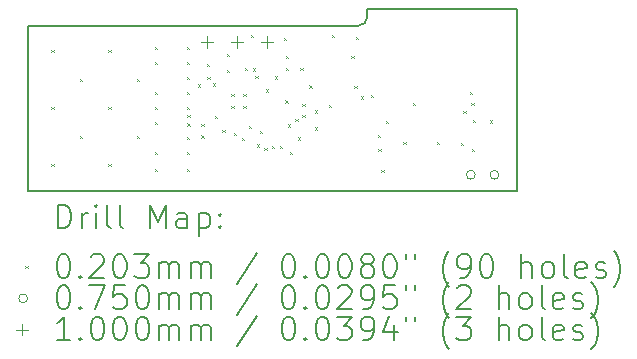
<source format=gbr>
%TF.GenerationSoftware,KiCad,Pcbnew,(6.0.7)*%
%TF.CreationDate,2023-02-22T13:34:53-04:00*%
%TF.ProjectId,Twitch Switch,54776974-6368-4205-9377-697463682e6b,1.1*%
%TF.SameCoordinates,Original*%
%TF.FileFunction,Drillmap*%
%TF.FilePolarity,Positive*%
%FSLAX45Y45*%
G04 Gerber Fmt 4.5, Leading zero omitted, Abs format (unit mm)*
G04 Created by KiCad (PCBNEW (6.0.7)) date 2023-02-22 13:34:53*
%MOMM*%
%LPD*%
G01*
G04 APERTURE LIST*
%ADD10C,0.152400*%
%ADD11C,0.200000*%
%ADD12C,0.020320*%
%ADD13C,0.075000*%
%ADD14C,0.100000*%
G04 APERTURE END LIST*
D10*
X16840200Y-11557000D02*
X12700000Y-11557000D01*
X15570200Y-10083800D02*
X15570200Y-10020300D01*
X16840200Y-10020300D02*
X16840200Y-11557000D01*
X12700000Y-11557000D02*
X12700000Y-10160000D01*
X12700000Y-10160000D02*
X15494000Y-10160000D01*
X15570200Y-10020300D02*
X16840200Y-10020300D01*
X15494000Y-10160000D02*
G75*
G03*
X15570200Y-10083800I0J76200D01*
G01*
D11*
D12*
X12893040Y-10365740D02*
X12913360Y-10386060D01*
X12913360Y-10365740D02*
X12893040Y-10386060D01*
X12893040Y-10848340D02*
X12913360Y-10868660D01*
X12913360Y-10848340D02*
X12893040Y-10868660D01*
X12893040Y-11330940D02*
X12913360Y-11351260D01*
X12913360Y-11330940D02*
X12893040Y-11351260D01*
X13134340Y-10607040D02*
X13154660Y-10627360D01*
X13154660Y-10607040D02*
X13134340Y-10627360D01*
X13134340Y-11089640D02*
X13154660Y-11109960D01*
X13154660Y-11089640D02*
X13134340Y-11109960D01*
X13375640Y-10365740D02*
X13395960Y-10386060D01*
X13395960Y-10365740D02*
X13375640Y-10386060D01*
X13375640Y-10848340D02*
X13395960Y-10868660D01*
X13395960Y-10848340D02*
X13375640Y-10868660D01*
X13375640Y-11330940D02*
X13395960Y-11351260D01*
X13395960Y-11330940D02*
X13375640Y-11351260D01*
X13616940Y-10607040D02*
X13637260Y-10627360D01*
X13637260Y-10607040D02*
X13616940Y-10627360D01*
X13616940Y-11089640D02*
X13637260Y-11109960D01*
X13637260Y-11089640D02*
X13616940Y-11109960D01*
X13769340Y-10340340D02*
X13789660Y-10360660D01*
X13789660Y-10340340D02*
X13769340Y-10360660D01*
X13769340Y-10467340D02*
X13789660Y-10487660D01*
X13789660Y-10467340D02*
X13769340Y-10487660D01*
X13769340Y-10721340D02*
X13789660Y-10741660D01*
X13789660Y-10721340D02*
X13769340Y-10741660D01*
X13769340Y-10848340D02*
X13789660Y-10868660D01*
X13789660Y-10848340D02*
X13769340Y-10868660D01*
X13769340Y-10975340D02*
X13789660Y-10995660D01*
X13789660Y-10975340D02*
X13769340Y-10995660D01*
X13769340Y-11229340D02*
X13789660Y-11249660D01*
X13789660Y-11229340D02*
X13769340Y-11249660D01*
X13769340Y-11369040D02*
X13789660Y-11389360D01*
X13789660Y-11369040D02*
X13769340Y-11389360D01*
X14042390Y-10340340D02*
X14062710Y-10360660D01*
X14062710Y-10340340D02*
X14042390Y-10360660D01*
X14042390Y-10467340D02*
X14062710Y-10487660D01*
X14062710Y-10467340D02*
X14042390Y-10487660D01*
X14042390Y-10594340D02*
X14062710Y-10614660D01*
X14062710Y-10594340D02*
X14042390Y-10614660D01*
X14042390Y-10721340D02*
X14062710Y-10741660D01*
X14062710Y-10721340D02*
X14042390Y-10741660D01*
X14042390Y-10848340D02*
X14062710Y-10868660D01*
X14062710Y-10848340D02*
X14042390Y-10868660D01*
X14042390Y-11102340D02*
X14062710Y-11122660D01*
X14062710Y-11102340D02*
X14042390Y-11122660D01*
X14042390Y-11229340D02*
X14062710Y-11249660D01*
X14062710Y-11229340D02*
X14042390Y-11249660D01*
X14042390Y-11369040D02*
X14062710Y-11389360D01*
X14062710Y-11369040D02*
X14042390Y-11389360D01*
X14045628Y-10986219D02*
X14065948Y-11006539D01*
X14065948Y-10986219D02*
X14045628Y-11006539D01*
X14046450Y-10914205D02*
X14066770Y-10934525D01*
X14066770Y-10914205D02*
X14046450Y-10934525D01*
X14132220Y-10657099D02*
X14152540Y-10677419D01*
X14152540Y-10657099D02*
X14132220Y-10677419D01*
X14163040Y-10990630D02*
X14183360Y-11010950D01*
X14183360Y-10990630D02*
X14163040Y-11010950D01*
X14163040Y-11087050D02*
X14183360Y-11107370D01*
X14183360Y-11087050D02*
X14163040Y-11107370D01*
X14209830Y-10484050D02*
X14230150Y-10504370D01*
X14230150Y-10484050D02*
X14209830Y-10504370D01*
X14213840Y-10594340D02*
X14234160Y-10614660D01*
X14234160Y-10594340D02*
X14213840Y-10614660D01*
X14260025Y-10648545D02*
X14280345Y-10668865D01*
X14280345Y-10648545D02*
X14260025Y-10668865D01*
X14279630Y-10924540D02*
X14299950Y-10944860D01*
X14299950Y-10924540D02*
X14279630Y-10944860D01*
X14339630Y-11038840D02*
X14359950Y-11059160D01*
X14359950Y-11038840D02*
X14339630Y-11059160D01*
X14379630Y-10398711D02*
X14399950Y-10419031D01*
X14399950Y-10398711D02*
X14379630Y-10419031D01*
X14379630Y-10533435D02*
X14399950Y-10553755D01*
X14399950Y-10533435D02*
X14379630Y-10553755D01*
X14417040Y-10734040D02*
X14437360Y-10754360D01*
X14437360Y-10734040D02*
X14417040Y-10754360D01*
X14417040Y-10835640D02*
X14437360Y-10855960D01*
X14437360Y-10835640D02*
X14417040Y-10855960D01*
X14436050Y-11064240D02*
X14456370Y-11084560D01*
X14456370Y-11064240D02*
X14436050Y-11084560D01*
X14505917Y-11108337D02*
X14526237Y-11128657D01*
X14526237Y-11108337D02*
X14505917Y-11128657D01*
X14518640Y-10734040D02*
X14538960Y-10754360D01*
X14538960Y-10734040D02*
X14518640Y-10754360D01*
X14518640Y-10835640D02*
X14538960Y-10855960D01*
X14538960Y-10835640D02*
X14518640Y-10855960D01*
X14531340Y-10518140D02*
X14551660Y-10538460D01*
X14551660Y-10518140D02*
X14531340Y-10538460D01*
X14565691Y-11008575D02*
X14586011Y-11028895D01*
X14586011Y-11008575D02*
X14565691Y-11028895D01*
X14582140Y-10238740D02*
X14602460Y-10259060D01*
X14602460Y-10238740D02*
X14582140Y-10259060D01*
X14597308Y-10519843D02*
X14617628Y-10540163D01*
X14617628Y-10519843D02*
X14597308Y-10540163D01*
X14620112Y-10581768D02*
X14640432Y-10602088D01*
X14640432Y-10581768D02*
X14620112Y-10602088D01*
X14634592Y-11163552D02*
X14654912Y-11183872D01*
X14654912Y-11163552D02*
X14634592Y-11183872D01*
X14659206Y-11051489D02*
X14679526Y-11071809D01*
X14679526Y-11051489D02*
X14659206Y-11071809D01*
X14696024Y-11191347D02*
X14716344Y-11211667D01*
X14716344Y-11191347D02*
X14696024Y-11211667D01*
X14711730Y-10696630D02*
X14732050Y-10716950D01*
X14732050Y-10696630D02*
X14711730Y-10716950D01*
X14759940Y-11174930D02*
X14780260Y-11195250D01*
X14780260Y-11174930D02*
X14759940Y-11195250D01*
X14783368Y-10588734D02*
X14803688Y-10609054D01*
X14803688Y-10588734D02*
X14783368Y-10609054D01*
X14825930Y-11174930D02*
X14846250Y-11195250D01*
X14846250Y-11174930D02*
X14825930Y-11195250D01*
X14860846Y-10262966D02*
X14881166Y-10283286D01*
X14881166Y-10262966D02*
X14860846Y-10283286D01*
X14876148Y-10790769D02*
X14896468Y-10811089D01*
X14896468Y-10790769D02*
X14876148Y-10811089D01*
X14880237Y-10518117D02*
X14900557Y-10538437D01*
X14900557Y-10518117D02*
X14880237Y-10538437D01*
X14880253Y-10416147D02*
X14900573Y-10436467D01*
X14900573Y-10416147D02*
X14880253Y-10436467D01*
X14893143Y-10994748D02*
X14913463Y-11015068D01*
X14913463Y-10994748D02*
X14893143Y-11015068D01*
X14912340Y-11229340D02*
X14932660Y-11249660D01*
X14932660Y-11229340D02*
X14912340Y-11249660D01*
X14959728Y-10947350D02*
X14980048Y-10967670D01*
X14980048Y-10947350D02*
X14959728Y-10967670D01*
X14982744Y-11104887D02*
X15003064Y-11125207D01*
X15003064Y-11104887D02*
X14982744Y-11125207D01*
X15001240Y-10518140D02*
X15021560Y-10538460D01*
X15021560Y-10518140D02*
X15001240Y-10538460D01*
X15017845Y-10915745D02*
X15038165Y-10936065D01*
X15038165Y-10915745D02*
X15017845Y-10936065D01*
X15018903Y-10819275D02*
X15039223Y-10839595D01*
X15039223Y-10819275D02*
X15018903Y-10839595D01*
X15077132Y-10664344D02*
X15097452Y-10684664D01*
X15097452Y-10664344D02*
X15077132Y-10684664D01*
X15122367Y-11019424D02*
X15142687Y-11039744D01*
X15142687Y-11019424D02*
X15122367Y-11039744D01*
X15124475Y-10875713D02*
X15144795Y-10896033D01*
X15144795Y-10875713D02*
X15124475Y-10896033D01*
X15240507Y-10827503D02*
X15260827Y-10847823D01*
X15260827Y-10827503D02*
X15240507Y-10847823D01*
X15267940Y-10238740D02*
X15288260Y-10259060D01*
X15288260Y-10238740D02*
X15267940Y-10259060D01*
X15433040Y-10416540D02*
X15453360Y-10436860D01*
X15453360Y-10416540D02*
X15433040Y-10436860D01*
X15458440Y-10670540D02*
X15478760Y-10690860D01*
X15478760Y-10670540D02*
X15458440Y-10690860D01*
X15471140Y-10251440D02*
X15491460Y-10271760D01*
X15491460Y-10251440D02*
X15471140Y-10271760D01*
X15514300Y-10756950D02*
X15534620Y-10777270D01*
X15534620Y-10756950D02*
X15514300Y-10777270D01*
X15598140Y-10746740D02*
X15618460Y-10767060D01*
X15618460Y-10746740D02*
X15598140Y-10767060D01*
X15655430Y-11082190D02*
X15675750Y-11102510D01*
X15675750Y-11082190D02*
X15655430Y-11102510D01*
X15661640Y-11203940D02*
X15681960Y-11224260D01*
X15681960Y-11203940D02*
X15661640Y-11224260D01*
X15687040Y-11381740D02*
X15707360Y-11402060D01*
X15707360Y-11381740D02*
X15687040Y-11402060D01*
X15725140Y-10962640D02*
X15745460Y-10982960D01*
X15745460Y-10962640D02*
X15725140Y-10982960D01*
X15874250Y-11144167D02*
X15894570Y-11164487D01*
X15894570Y-11144167D02*
X15874250Y-11164487D01*
X15953740Y-10810240D02*
X15974060Y-10830560D01*
X15974060Y-10810240D02*
X15953740Y-10830560D01*
X16156068Y-11144471D02*
X16176388Y-11164791D01*
X16176388Y-11144471D02*
X16156068Y-11164791D01*
X16360140Y-11153140D02*
X16380460Y-11173460D01*
X16380460Y-11153140D02*
X16360140Y-11173460D01*
X16381250Y-10881925D02*
X16401570Y-10902245D01*
X16401570Y-10881925D02*
X16381250Y-10902245D01*
X16436340Y-10721340D02*
X16456660Y-10741660D01*
X16456660Y-10721340D02*
X16436340Y-10741660D01*
X16449040Y-10810240D02*
X16469360Y-10830560D01*
X16469360Y-10810240D02*
X16449040Y-10830560D01*
X16451802Y-11199771D02*
X16472122Y-11220091D01*
X16472122Y-11199771D02*
X16451802Y-11220091D01*
X16461740Y-10959030D02*
X16482060Y-10979350D01*
X16482060Y-10959030D02*
X16461740Y-10979350D01*
X16604350Y-10960050D02*
X16624670Y-10980370D01*
X16624670Y-10960050D02*
X16604350Y-10980370D01*
D13*
X16482730Y-11422126D02*
G75*
G03*
X16482730Y-11422126I-37500J0D01*
G01*
X16682730Y-11422126D02*
G75*
G03*
X16682730Y-11422126I-37500J0D01*
G01*
D14*
X14211300Y-10249700D02*
X14211300Y-10349700D01*
X14161300Y-10299700D02*
X14261300Y-10299700D01*
X14465300Y-10249700D02*
X14465300Y-10349700D01*
X14415300Y-10299700D02*
X14515300Y-10299700D01*
X14719300Y-10249700D02*
X14719300Y-10349700D01*
X14669300Y-10299700D02*
X14769300Y-10299700D01*
D11*
X12949999Y-11875096D02*
X12949999Y-11675096D01*
X12997618Y-11675096D01*
X13026189Y-11684620D01*
X13045237Y-11703668D01*
X13054761Y-11722715D01*
X13064285Y-11760810D01*
X13064285Y-11789382D01*
X13054761Y-11827477D01*
X13045237Y-11846525D01*
X13026189Y-11865572D01*
X12997618Y-11875096D01*
X12949999Y-11875096D01*
X13149999Y-11875096D02*
X13149999Y-11741763D01*
X13149999Y-11779858D02*
X13159523Y-11760810D01*
X13169047Y-11751287D01*
X13188094Y-11741763D01*
X13207142Y-11741763D01*
X13273808Y-11875096D02*
X13273808Y-11741763D01*
X13273808Y-11675096D02*
X13264285Y-11684620D01*
X13273808Y-11694144D01*
X13283332Y-11684620D01*
X13273808Y-11675096D01*
X13273808Y-11694144D01*
X13397618Y-11875096D02*
X13378570Y-11865572D01*
X13369047Y-11846525D01*
X13369047Y-11675096D01*
X13502380Y-11875096D02*
X13483332Y-11865572D01*
X13473808Y-11846525D01*
X13473808Y-11675096D01*
X13730951Y-11875096D02*
X13730951Y-11675096D01*
X13797618Y-11817953D01*
X13864285Y-11675096D01*
X13864285Y-11875096D01*
X14045237Y-11875096D02*
X14045237Y-11770334D01*
X14035713Y-11751287D01*
X14016666Y-11741763D01*
X13978570Y-11741763D01*
X13959523Y-11751287D01*
X14045237Y-11865572D02*
X14026189Y-11875096D01*
X13978570Y-11875096D01*
X13959523Y-11865572D01*
X13949999Y-11846525D01*
X13949999Y-11827477D01*
X13959523Y-11808429D01*
X13978570Y-11798906D01*
X14026189Y-11798906D01*
X14045237Y-11789382D01*
X14140475Y-11741763D02*
X14140475Y-11941763D01*
X14140475Y-11751287D02*
X14159523Y-11741763D01*
X14197618Y-11741763D01*
X14216666Y-11751287D01*
X14226189Y-11760810D01*
X14235713Y-11779858D01*
X14235713Y-11837001D01*
X14226189Y-11856048D01*
X14216666Y-11865572D01*
X14197618Y-11875096D01*
X14159523Y-11875096D01*
X14140475Y-11865572D01*
X14321428Y-11856048D02*
X14330951Y-11865572D01*
X14321428Y-11875096D01*
X14311904Y-11865572D01*
X14321428Y-11856048D01*
X14321428Y-11875096D01*
X14321428Y-11751287D02*
X14330951Y-11760810D01*
X14321428Y-11770334D01*
X14311904Y-11760810D01*
X14321428Y-11751287D01*
X14321428Y-11770334D01*
D12*
X12672060Y-12194460D02*
X12692380Y-12214780D01*
X12692380Y-12194460D02*
X12672060Y-12214780D01*
D11*
X12988094Y-12095096D02*
X13007142Y-12095096D01*
X13026189Y-12104620D01*
X13035713Y-12114144D01*
X13045237Y-12133191D01*
X13054761Y-12171287D01*
X13054761Y-12218906D01*
X13045237Y-12257001D01*
X13035713Y-12276048D01*
X13026189Y-12285572D01*
X13007142Y-12295096D01*
X12988094Y-12295096D01*
X12969047Y-12285572D01*
X12959523Y-12276048D01*
X12949999Y-12257001D01*
X12940475Y-12218906D01*
X12940475Y-12171287D01*
X12949999Y-12133191D01*
X12959523Y-12114144D01*
X12969047Y-12104620D01*
X12988094Y-12095096D01*
X13140475Y-12276048D02*
X13149999Y-12285572D01*
X13140475Y-12295096D01*
X13130951Y-12285572D01*
X13140475Y-12276048D01*
X13140475Y-12295096D01*
X13226189Y-12114144D02*
X13235713Y-12104620D01*
X13254761Y-12095096D01*
X13302380Y-12095096D01*
X13321428Y-12104620D01*
X13330951Y-12114144D01*
X13340475Y-12133191D01*
X13340475Y-12152239D01*
X13330951Y-12180810D01*
X13216666Y-12295096D01*
X13340475Y-12295096D01*
X13464285Y-12095096D02*
X13483332Y-12095096D01*
X13502380Y-12104620D01*
X13511904Y-12114144D01*
X13521428Y-12133191D01*
X13530951Y-12171287D01*
X13530951Y-12218906D01*
X13521428Y-12257001D01*
X13511904Y-12276048D01*
X13502380Y-12285572D01*
X13483332Y-12295096D01*
X13464285Y-12295096D01*
X13445237Y-12285572D01*
X13435713Y-12276048D01*
X13426189Y-12257001D01*
X13416666Y-12218906D01*
X13416666Y-12171287D01*
X13426189Y-12133191D01*
X13435713Y-12114144D01*
X13445237Y-12104620D01*
X13464285Y-12095096D01*
X13597618Y-12095096D02*
X13721428Y-12095096D01*
X13654761Y-12171287D01*
X13683332Y-12171287D01*
X13702380Y-12180810D01*
X13711904Y-12190334D01*
X13721428Y-12209382D01*
X13721428Y-12257001D01*
X13711904Y-12276048D01*
X13702380Y-12285572D01*
X13683332Y-12295096D01*
X13626189Y-12295096D01*
X13607142Y-12285572D01*
X13597618Y-12276048D01*
X13807142Y-12295096D02*
X13807142Y-12161763D01*
X13807142Y-12180810D02*
X13816666Y-12171287D01*
X13835713Y-12161763D01*
X13864285Y-12161763D01*
X13883332Y-12171287D01*
X13892856Y-12190334D01*
X13892856Y-12295096D01*
X13892856Y-12190334D02*
X13902380Y-12171287D01*
X13921428Y-12161763D01*
X13949999Y-12161763D01*
X13969047Y-12171287D01*
X13978570Y-12190334D01*
X13978570Y-12295096D01*
X14073808Y-12295096D02*
X14073808Y-12161763D01*
X14073808Y-12180810D02*
X14083332Y-12171287D01*
X14102380Y-12161763D01*
X14130951Y-12161763D01*
X14149999Y-12171287D01*
X14159523Y-12190334D01*
X14159523Y-12295096D01*
X14159523Y-12190334D02*
X14169047Y-12171287D01*
X14188094Y-12161763D01*
X14216666Y-12161763D01*
X14235713Y-12171287D01*
X14245237Y-12190334D01*
X14245237Y-12295096D01*
X14635713Y-12085572D02*
X14464285Y-12342715D01*
X14892856Y-12095096D02*
X14911904Y-12095096D01*
X14930951Y-12104620D01*
X14940475Y-12114144D01*
X14949999Y-12133191D01*
X14959523Y-12171287D01*
X14959523Y-12218906D01*
X14949999Y-12257001D01*
X14940475Y-12276048D01*
X14930951Y-12285572D01*
X14911904Y-12295096D01*
X14892856Y-12295096D01*
X14873808Y-12285572D01*
X14864285Y-12276048D01*
X14854761Y-12257001D01*
X14845237Y-12218906D01*
X14845237Y-12171287D01*
X14854761Y-12133191D01*
X14864285Y-12114144D01*
X14873808Y-12104620D01*
X14892856Y-12095096D01*
X15045237Y-12276048D02*
X15054761Y-12285572D01*
X15045237Y-12295096D01*
X15035713Y-12285572D01*
X15045237Y-12276048D01*
X15045237Y-12295096D01*
X15178570Y-12095096D02*
X15197618Y-12095096D01*
X15216666Y-12104620D01*
X15226189Y-12114144D01*
X15235713Y-12133191D01*
X15245237Y-12171287D01*
X15245237Y-12218906D01*
X15235713Y-12257001D01*
X15226189Y-12276048D01*
X15216666Y-12285572D01*
X15197618Y-12295096D01*
X15178570Y-12295096D01*
X15159523Y-12285572D01*
X15149999Y-12276048D01*
X15140475Y-12257001D01*
X15130951Y-12218906D01*
X15130951Y-12171287D01*
X15140475Y-12133191D01*
X15149999Y-12114144D01*
X15159523Y-12104620D01*
X15178570Y-12095096D01*
X15369047Y-12095096D02*
X15388094Y-12095096D01*
X15407142Y-12104620D01*
X15416666Y-12114144D01*
X15426189Y-12133191D01*
X15435713Y-12171287D01*
X15435713Y-12218906D01*
X15426189Y-12257001D01*
X15416666Y-12276048D01*
X15407142Y-12285572D01*
X15388094Y-12295096D01*
X15369047Y-12295096D01*
X15349999Y-12285572D01*
X15340475Y-12276048D01*
X15330951Y-12257001D01*
X15321428Y-12218906D01*
X15321428Y-12171287D01*
X15330951Y-12133191D01*
X15340475Y-12114144D01*
X15349999Y-12104620D01*
X15369047Y-12095096D01*
X15549999Y-12180810D02*
X15530951Y-12171287D01*
X15521428Y-12161763D01*
X15511904Y-12142715D01*
X15511904Y-12133191D01*
X15521428Y-12114144D01*
X15530951Y-12104620D01*
X15549999Y-12095096D01*
X15588094Y-12095096D01*
X15607142Y-12104620D01*
X15616666Y-12114144D01*
X15626189Y-12133191D01*
X15626189Y-12142715D01*
X15616666Y-12161763D01*
X15607142Y-12171287D01*
X15588094Y-12180810D01*
X15549999Y-12180810D01*
X15530951Y-12190334D01*
X15521428Y-12199858D01*
X15511904Y-12218906D01*
X15511904Y-12257001D01*
X15521428Y-12276048D01*
X15530951Y-12285572D01*
X15549999Y-12295096D01*
X15588094Y-12295096D01*
X15607142Y-12285572D01*
X15616666Y-12276048D01*
X15626189Y-12257001D01*
X15626189Y-12218906D01*
X15616666Y-12199858D01*
X15607142Y-12190334D01*
X15588094Y-12180810D01*
X15749999Y-12095096D02*
X15769047Y-12095096D01*
X15788094Y-12104620D01*
X15797618Y-12114144D01*
X15807142Y-12133191D01*
X15816666Y-12171287D01*
X15816666Y-12218906D01*
X15807142Y-12257001D01*
X15797618Y-12276048D01*
X15788094Y-12285572D01*
X15769047Y-12295096D01*
X15749999Y-12295096D01*
X15730951Y-12285572D01*
X15721428Y-12276048D01*
X15711904Y-12257001D01*
X15702380Y-12218906D01*
X15702380Y-12171287D01*
X15711904Y-12133191D01*
X15721428Y-12114144D01*
X15730951Y-12104620D01*
X15749999Y-12095096D01*
X15892856Y-12095096D02*
X15892856Y-12133191D01*
X15969047Y-12095096D02*
X15969047Y-12133191D01*
X16264285Y-12371287D02*
X16254761Y-12361763D01*
X16235713Y-12333191D01*
X16226189Y-12314144D01*
X16216666Y-12285572D01*
X16207142Y-12237953D01*
X16207142Y-12199858D01*
X16216666Y-12152239D01*
X16226189Y-12123668D01*
X16235713Y-12104620D01*
X16254761Y-12076048D01*
X16264285Y-12066525D01*
X16349999Y-12295096D02*
X16388094Y-12295096D01*
X16407142Y-12285572D01*
X16416666Y-12276048D01*
X16435713Y-12247477D01*
X16445237Y-12209382D01*
X16445237Y-12133191D01*
X16435713Y-12114144D01*
X16426189Y-12104620D01*
X16407142Y-12095096D01*
X16369047Y-12095096D01*
X16349999Y-12104620D01*
X16340475Y-12114144D01*
X16330951Y-12133191D01*
X16330951Y-12180810D01*
X16340475Y-12199858D01*
X16349999Y-12209382D01*
X16369047Y-12218906D01*
X16407142Y-12218906D01*
X16426189Y-12209382D01*
X16435713Y-12199858D01*
X16445237Y-12180810D01*
X16569047Y-12095096D02*
X16588094Y-12095096D01*
X16607142Y-12104620D01*
X16616666Y-12114144D01*
X16626189Y-12133191D01*
X16635713Y-12171287D01*
X16635713Y-12218906D01*
X16626189Y-12257001D01*
X16616666Y-12276048D01*
X16607142Y-12285572D01*
X16588094Y-12295096D01*
X16569047Y-12295096D01*
X16549999Y-12285572D01*
X16540475Y-12276048D01*
X16530951Y-12257001D01*
X16521428Y-12218906D01*
X16521428Y-12171287D01*
X16530951Y-12133191D01*
X16540475Y-12114144D01*
X16549999Y-12104620D01*
X16569047Y-12095096D01*
X16873809Y-12295096D02*
X16873809Y-12095096D01*
X16959523Y-12295096D02*
X16959523Y-12190334D01*
X16949999Y-12171287D01*
X16930951Y-12161763D01*
X16902380Y-12161763D01*
X16883332Y-12171287D01*
X16873809Y-12180810D01*
X17083332Y-12295096D02*
X17064285Y-12285572D01*
X17054761Y-12276048D01*
X17045237Y-12257001D01*
X17045237Y-12199858D01*
X17054761Y-12180810D01*
X17064285Y-12171287D01*
X17083332Y-12161763D01*
X17111904Y-12161763D01*
X17130951Y-12171287D01*
X17140475Y-12180810D01*
X17149999Y-12199858D01*
X17149999Y-12257001D01*
X17140475Y-12276048D01*
X17130951Y-12285572D01*
X17111904Y-12295096D01*
X17083332Y-12295096D01*
X17264285Y-12295096D02*
X17245237Y-12285572D01*
X17235713Y-12266525D01*
X17235713Y-12095096D01*
X17416666Y-12285572D02*
X17397618Y-12295096D01*
X17359523Y-12295096D01*
X17340475Y-12285572D01*
X17330951Y-12266525D01*
X17330951Y-12190334D01*
X17340475Y-12171287D01*
X17359523Y-12161763D01*
X17397618Y-12161763D01*
X17416666Y-12171287D01*
X17426190Y-12190334D01*
X17426190Y-12209382D01*
X17330951Y-12228429D01*
X17502380Y-12285572D02*
X17521428Y-12295096D01*
X17559523Y-12295096D01*
X17578570Y-12285572D01*
X17588094Y-12266525D01*
X17588094Y-12257001D01*
X17578570Y-12237953D01*
X17559523Y-12228429D01*
X17530951Y-12228429D01*
X17511904Y-12218906D01*
X17502380Y-12199858D01*
X17502380Y-12190334D01*
X17511904Y-12171287D01*
X17530951Y-12161763D01*
X17559523Y-12161763D01*
X17578570Y-12171287D01*
X17654761Y-12371287D02*
X17664285Y-12361763D01*
X17683332Y-12333191D01*
X17692856Y-12314144D01*
X17702380Y-12285572D01*
X17711904Y-12237953D01*
X17711904Y-12199858D01*
X17702380Y-12152239D01*
X17692856Y-12123668D01*
X17683332Y-12104620D01*
X17664285Y-12076048D01*
X17654761Y-12066525D01*
D13*
X12692380Y-12468620D02*
G75*
G03*
X12692380Y-12468620I-37500J0D01*
G01*
D11*
X12988094Y-12359096D02*
X13007142Y-12359096D01*
X13026189Y-12368620D01*
X13035713Y-12378144D01*
X13045237Y-12397191D01*
X13054761Y-12435287D01*
X13054761Y-12482906D01*
X13045237Y-12521001D01*
X13035713Y-12540048D01*
X13026189Y-12549572D01*
X13007142Y-12559096D01*
X12988094Y-12559096D01*
X12969047Y-12549572D01*
X12959523Y-12540048D01*
X12949999Y-12521001D01*
X12940475Y-12482906D01*
X12940475Y-12435287D01*
X12949999Y-12397191D01*
X12959523Y-12378144D01*
X12969047Y-12368620D01*
X12988094Y-12359096D01*
X13140475Y-12540048D02*
X13149999Y-12549572D01*
X13140475Y-12559096D01*
X13130951Y-12549572D01*
X13140475Y-12540048D01*
X13140475Y-12559096D01*
X13216666Y-12359096D02*
X13349999Y-12359096D01*
X13264285Y-12559096D01*
X13521428Y-12359096D02*
X13426189Y-12359096D01*
X13416666Y-12454334D01*
X13426189Y-12444810D01*
X13445237Y-12435287D01*
X13492856Y-12435287D01*
X13511904Y-12444810D01*
X13521428Y-12454334D01*
X13530951Y-12473382D01*
X13530951Y-12521001D01*
X13521428Y-12540048D01*
X13511904Y-12549572D01*
X13492856Y-12559096D01*
X13445237Y-12559096D01*
X13426189Y-12549572D01*
X13416666Y-12540048D01*
X13654761Y-12359096D02*
X13673808Y-12359096D01*
X13692856Y-12368620D01*
X13702380Y-12378144D01*
X13711904Y-12397191D01*
X13721428Y-12435287D01*
X13721428Y-12482906D01*
X13711904Y-12521001D01*
X13702380Y-12540048D01*
X13692856Y-12549572D01*
X13673808Y-12559096D01*
X13654761Y-12559096D01*
X13635713Y-12549572D01*
X13626189Y-12540048D01*
X13616666Y-12521001D01*
X13607142Y-12482906D01*
X13607142Y-12435287D01*
X13616666Y-12397191D01*
X13626189Y-12378144D01*
X13635713Y-12368620D01*
X13654761Y-12359096D01*
X13807142Y-12559096D02*
X13807142Y-12425763D01*
X13807142Y-12444810D02*
X13816666Y-12435287D01*
X13835713Y-12425763D01*
X13864285Y-12425763D01*
X13883332Y-12435287D01*
X13892856Y-12454334D01*
X13892856Y-12559096D01*
X13892856Y-12454334D02*
X13902380Y-12435287D01*
X13921428Y-12425763D01*
X13949999Y-12425763D01*
X13969047Y-12435287D01*
X13978570Y-12454334D01*
X13978570Y-12559096D01*
X14073808Y-12559096D02*
X14073808Y-12425763D01*
X14073808Y-12444810D02*
X14083332Y-12435287D01*
X14102380Y-12425763D01*
X14130951Y-12425763D01*
X14149999Y-12435287D01*
X14159523Y-12454334D01*
X14159523Y-12559096D01*
X14159523Y-12454334D02*
X14169047Y-12435287D01*
X14188094Y-12425763D01*
X14216666Y-12425763D01*
X14235713Y-12435287D01*
X14245237Y-12454334D01*
X14245237Y-12559096D01*
X14635713Y-12349572D02*
X14464285Y-12606715D01*
X14892856Y-12359096D02*
X14911904Y-12359096D01*
X14930951Y-12368620D01*
X14940475Y-12378144D01*
X14949999Y-12397191D01*
X14959523Y-12435287D01*
X14959523Y-12482906D01*
X14949999Y-12521001D01*
X14940475Y-12540048D01*
X14930951Y-12549572D01*
X14911904Y-12559096D01*
X14892856Y-12559096D01*
X14873808Y-12549572D01*
X14864285Y-12540048D01*
X14854761Y-12521001D01*
X14845237Y-12482906D01*
X14845237Y-12435287D01*
X14854761Y-12397191D01*
X14864285Y-12378144D01*
X14873808Y-12368620D01*
X14892856Y-12359096D01*
X15045237Y-12540048D02*
X15054761Y-12549572D01*
X15045237Y-12559096D01*
X15035713Y-12549572D01*
X15045237Y-12540048D01*
X15045237Y-12559096D01*
X15178570Y-12359096D02*
X15197618Y-12359096D01*
X15216666Y-12368620D01*
X15226189Y-12378144D01*
X15235713Y-12397191D01*
X15245237Y-12435287D01*
X15245237Y-12482906D01*
X15235713Y-12521001D01*
X15226189Y-12540048D01*
X15216666Y-12549572D01*
X15197618Y-12559096D01*
X15178570Y-12559096D01*
X15159523Y-12549572D01*
X15149999Y-12540048D01*
X15140475Y-12521001D01*
X15130951Y-12482906D01*
X15130951Y-12435287D01*
X15140475Y-12397191D01*
X15149999Y-12378144D01*
X15159523Y-12368620D01*
X15178570Y-12359096D01*
X15321428Y-12378144D02*
X15330951Y-12368620D01*
X15349999Y-12359096D01*
X15397618Y-12359096D01*
X15416666Y-12368620D01*
X15426189Y-12378144D01*
X15435713Y-12397191D01*
X15435713Y-12416239D01*
X15426189Y-12444810D01*
X15311904Y-12559096D01*
X15435713Y-12559096D01*
X15530951Y-12559096D02*
X15569047Y-12559096D01*
X15588094Y-12549572D01*
X15597618Y-12540048D01*
X15616666Y-12511477D01*
X15626189Y-12473382D01*
X15626189Y-12397191D01*
X15616666Y-12378144D01*
X15607142Y-12368620D01*
X15588094Y-12359096D01*
X15549999Y-12359096D01*
X15530951Y-12368620D01*
X15521428Y-12378144D01*
X15511904Y-12397191D01*
X15511904Y-12444810D01*
X15521428Y-12463858D01*
X15530951Y-12473382D01*
X15549999Y-12482906D01*
X15588094Y-12482906D01*
X15607142Y-12473382D01*
X15616666Y-12463858D01*
X15626189Y-12444810D01*
X15807142Y-12359096D02*
X15711904Y-12359096D01*
X15702380Y-12454334D01*
X15711904Y-12444810D01*
X15730951Y-12435287D01*
X15778570Y-12435287D01*
X15797618Y-12444810D01*
X15807142Y-12454334D01*
X15816666Y-12473382D01*
X15816666Y-12521001D01*
X15807142Y-12540048D01*
X15797618Y-12549572D01*
X15778570Y-12559096D01*
X15730951Y-12559096D01*
X15711904Y-12549572D01*
X15702380Y-12540048D01*
X15892856Y-12359096D02*
X15892856Y-12397191D01*
X15969047Y-12359096D02*
X15969047Y-12397191D01*
X16264285Y-12635287D02*
X16254761Y-12625763D01*
X16235713Y-12597191D01*
X16226189Y-12578144D01*
X16216666Y-12549572D01*
X16207142Y-12501953D01*
X16207142Y-12463858D01*
X16216666Y-12416239D01*
X16226189Y-12387668D01*
X16235713Y-12368620D01*
X16254761Y-12340048D01*
X16264285Y-12330525D01*
X16330951Y-12378144D02*
X16340475Y-12368620D01*
X16359523Y-12359096D01*
X16407142Y-12359096D01*
X16426189Y-12368620D01*
X16435713Y-12378144D01*
X16445237Y-12397191D01*
X16445237Y-12416239D01*
X16435713Y-12444810D01*
X16321428Y-12559096D01*
X16445237Y-12559096D01*
X16683332Y-12559096D02*
X16683332Y-12359096D01*
X16769047Y-12559096D02*
X16769047Y-12454334D01*
X16759523Y-12435287D01*
X16740475Y-12425763D01*
X16711904Y-12425763D01*
X16692856Y-12435287D01*
X16683332Y-12444810D01*
X16892856Y-12559096D02*
X16873809Y-12549572D01*
X16864285Y-12540048D01*
X16854761Y-12521001D01*
X16854761Y-12463858D01*
X16864285Y-12444810D01*
X16873809Y-12435287D01*
X16892856Y-12425763D01*
X16921428Y-12425763D01*
X16940475Y-12435287D01*
X16949999Y-12444810D01*
X16959523Y-12463858D01*
X16959523Y-12521001D01*
X16949999Y-12540048D01*
X16940475Y-12549572D01*
X16921428Y-12559096D01*
X16892856Y-12559096D01*
X17073809Y-12559096D02*
X17054761Y-12549572D01*
X17045237Y-12530525D01*
X17045237Y-12359096D01*
X17226190Y-12549572D02*
X17207142Y-12559096D01*
X17169047Y-12559096D01*
X17149999Y-12549572D01*
X17140475Y-12530525D01*
X17140475Y-12454334D01*
X17149999Y-12435287D01*
X17169047Y-12425763D01*
X17207142Y-12425763D01*
X17226190Y-12435287D01*
X17235713Y-12454334D01*
X17235713Y-12473382D01*
X17140475Y-12492429D01*
X17311904Y-12549572D02*
X17330951Y-12559096D01*
X17369047Y-12559096D01*
X17388094Y-12549572D01*
X17397618Y-12530525D01*
X17397618Y-12521001D01*
X17388094Y-12501953D01*
X17369047Y-12492429D01*
X17340475Y-12492429D01*
X17321428Y-12482906D01*
X17311904Y-12463858D01*
X17311904Y-12454334D01*
X17321428Y-12435287D01*
X17340475Y-12425763D01*
X17369047Y-12425763D01*
X17388094Y-12435287D01*
X17464285Y-12635287D02*
X17473809Y-12625763D01*
X17492856Y-12597191D01*
X17502380Y-12578144D01*
X17511904Y-12549572D01*
X17521428Y-12501953D01*
X17521428Y-12463858D01*
X17511904Y-12416239D01*
X17502380Y-12387668D01*
X17492856Y-12368620D01*
X17473809Y-12340048D01*
X17464285Y-12330525D01*
D14*
X12642380Y-12682620D02*
X12642380Y-12782620D01*
X12592380Y-12732620D02*
X12692380Y-12732620D01*
D11*
X13054761Y-12823096D02*
X12940475Y-12823096D01*
X12997618Y-12823096D02*
X12997618Y-12623096D01*
X12978570Y-12651668D01*
X12959523Y-12670715D01*
X12940475Y-12680239D01*
X13140475Y-12804048D02*
X13149999Y-12813572D01*
X13140475Y-12823096D01*
X13130951Y-12813572D01*
X13140475Y-12804048D01*
X13140475Y-12823096D01*
X13273808Y-12623096D02*
X13292856Y-12623096D01*
X13311904Y-12632620D01*
X13321428Y-12642144D01*
X13330951Y-12661191D01*
X13340475Y-12699287D01*
X13340475Y-12746906D01*
X13330951Y-12785001D01*
X13321428Y-12804048D01*
X13311904Y-12813572D01*
X13292856Y-12823096D01*
X13273808Y-12823096D01*
X13254761Y-12813572D01*
X13245237Y-12804048D01*
X13235713Y-12785001D01*
X13226189Y-12746906D01*
X13226189Y-12699287D01*
X13235713Y-12661191D01*
X13245237Y-12642144D01*
X13254761Y-12632620D01*
X13273808Y-12623096D01*
X13464285Y-12623096D02*
X13483332Y-12623096D01*
X13502380Y-12632620D01*
X13511904Y-12642144D01*
X13521428Y-12661191D01*
X13530951Y-12699287D01*
X13530951Y-12746906D01*
X13521428Y-12785001D01*
X13511904Y-12804048D01*
X13502380Y-12813572D01*
X13483332Y-12823096D01*
X13464285Y-12823096D01*
X13445237Y-12813572D01*
X13435713Y-12804048D01*
X13426189Y-12785001D01*
X13416666Y-12746906D01*
X13416666Y-12699287D01*
X13426189Y-12661191D01*
X13435713Y-12642144D01*
X13445237Y-12632620D01*
X13464285Y-12623096D01*
X13654761Y-12623096D02*
X13673808Y-12623096D01*
X13692856Y-12632620D01*
X13702380Y-12642144D01*
X13711904Y-12661191D01*
X13721428Y-12699287D01*
X13721428Y-12746906D01*
X13711904Y-12785001D01*
X13702380Y-12804048D01*
X13692856Y-12813572D01*
X13673808Y-12823096D01*
X13654761Y-12823096D01*
X13635713Y-12813572D01*
X13626189Y-12804048D01*
X13616666Y-12785001D01*
X13607142Y-12746906D01*
X13607142Y-12699287D01*
X13616666Y-12661191D01*
X13626189Y-12642144D01*
X13635713Y-12632620D01*
X13654761Y-12623096D01*
X13807142Y-12823096D02*
X13807142Y-12689763D01*
X13807142Y-12708810D02*
X13816666Y-12699287D01*
X13835713Y-12689763D01*
X13864285Y-12689763D01*
X13883332Y-12699287D01*
X13892856Y-12718334D01*
X13892856Y-12823096D01*
X13892856Y-12718334D02*
X13902380Y-12699287D01*
X13921428Y-12689763D01*
X13949999Y-12689763D01*
X13969047Y-12699287D01*
X13978570Y-12718334D01*
X13978570Y-12823096D01*
X14073808Y-12823096D02*
X14073808Y-12689763D01*
X14073808Y-12708810D02*
X14083332Y-12699287D01*
X14102380Y-12689763D01*
X14130951Y-12689763D01*
X14149999Y-12699287D01*
X14159523Y-12718334D01*
X14159523Y-12823096D01*
X14159523Y-12718334D02*
X14169047Y-12699287D01*
X14188094Y-12689763D01*
X14216666Y-12689763D01*
X14235713Y-12699287D01*
X14245237Y-12718334D01*
X14245237Y-12823096D01*
X14635713Y-12613572D02*
X14464285Y-12870715D01*
X14892856Y-12623096D02*
X14911904Y-12623096D01*
X14930951Y-12632620D01*
X14940475Y-12642144D01*
X14949999Y-12661191D01*
X14959523Y-12699287D01*
X14959523Y-12746906D01*
X14949999Y-12785001D01*
X14940475Y-12804048D01*
X14930951Y-12813572D01*
X14911904Y-12823096D01*
X14892856Y-12823096D01*
X14873808Y-12813572D01*
X14864285Y-12804048D01*
X14854761Y-12785001D01*
X14845237Y-12746906D01*
X14845237Y-12699287D01*
X14854761Y-12661191D01*
X14864285Y-12642144D01*
X14873808Y-12632620D01*
X14892856Y-12623096D01*
X15045237Y-12804048D02*
X15054761Y-12813572D01*
X15045237Y-12823096D01*
X15035713Y-12813572D01*
X15045237Y-12804048D01*
X15045237Y-12823096D01*
X15178570Y-12623096D02*
X15197618Y-12623096D01*
X15216666Y-12632620D01*
X15226189Y-12642144D01*
X15235713Y-12661191D01*
X15245237Y-12699287D01*
X15245237Y-12746906D01*
X15235713Y-12785001D01*
X15226189Y-12804048D01*
X15216666Y-12813572D01*
X15197618Y-12823096D01*
X15178570Y-12823096D01*
X15159523Y-12813572D01*
X15149999Y-12804048D01*
X15140475Y-12785001D01*
X15130951Y-12746906D01*
X15130951Y-12699287D01*
X15140475Y-12661191D01*
X15149999Y-12642144D01*
X15159523Y-12632620D01*
X15178570Y-12623096D01*
X15311904Y-12623096D02*
X15435713Y-12623096D01*
X15369047Y-12699287D01*
X15397618Y-12699287D01*
X15416666Y-12708810D01*
X15426189Y-12718334D01*
X15435713Y-12737382D01*
X15435713Y-12785001D01*
X15426189Y-12804048D01*
X15416666Y-12813572D01*
X15397618Y-12823096D01*
X15340475Y-12823096D01*
X15321428Y-12813572D01*
X15311904Y-12804048D01*
X15530951Y-12823096D02*
X15569047Y-12823096D01*
X15588094Y-12813572D01*
X15597618Y-12804048D01*
X15616666Y-12775477D01*
X15626189Y-12737382D01*
X15626189Y-12661191D01*
X15616666Y-12642144D01*
X15607142Y-12632620D01*
X15588094Y-12623096D01*
X15549999Y-12623096D01*
X15530951Y-12632620D01*
X15521428Y-12642144D01*
X15511904Y-12661191D01*
X15511904Y-12708810D01*
X15521428Y-12727858D01*
X15530951Y-12737382D01*
X15549999Y-12746906D01*
X15588094Y-12746906D01*
X15607142Y-12737382D01*
X15616666Y-12727858D01*
X15626189Y-12708810D01*
X15797618Y-12689763D02*
X15797618Y-12823096D01*
X15749999Y-12613572D02*
X15702380Y-12756429D01*
X15826189Y-12756429D01*
X15892856Y-12623096D02*
X15892856Y-12661191D01*
X15969047Y-12623096D02*
X15969047Y-12661191D01*
X16264285Y-12899287D02*
X16254761Y-12889763D01*
X16235713Y-12861191D01*
X16226189Y-12842144D01*
X16216666Y-12813572D01*
X16207142Y-12765953D01*
X16207142Y-12727858D01*
X16216666Y-12680239D01*
X16226189Y-12651668D01*
X16235713Y-12632620D01*
X16254761Y-12604048D01*
X16264285Y-12594525D01*
X16321428Y-12623096D02*
X16445237Y-12623096D01*
X16378570Y-12699287D01*
X16407142Y-12699287D01*
X16426189Y-12708810D01*
X16435713Y-12718334D01*
X16445237Y-12737382D01*
X16445237Y-12785001D01*
X16435713Y-12804048D01*
X16426189Y-12813572D01*
X16407142Y-12823096D01*
X16349999Y-12823096D01*
X16330951Y-12813572D01*
X16321428Y-12804048D01*
X16683332Y-12823096D02*
X16683332Y-12623096D01*
X16769047Y-12823096D02*
X16769047Y-12718334D01*
X16759523Y-12699287D01*
X16740475Y-12689763D01*
X16711904Y-12689763D01*
X16692856Y-12699287D01*
X16683332Y-12708810D01*
X16892856Y-12823096D02*
X16873809Y-12813572D01*
X16864285Y-12804048D01*
X16854761Y-12785001D01*
X16854761Y-12727858D01*
X16864285Y-12708810D01*
X16873809Y-12699287D01*
X16892856Y-12689763D01*
X16921428Y-12689763D01*
X16940475Y-12699287D01*
X16949999Y-12708810D01*
X16959523Y-12727858D01*
X16959523Y-12785001D01*
X16949999Y-12804048D01*
X16940475Y-12813572D01*
X16921428Y-12823096D01*
X16892856Y-12823096D01*
X17073809Y-12823096D02*
X17054761Y-12813572D01*
X17045237Y-12794525D01*
X17045237Y-12623096D01*
X17226190Y-12813572D02*
X17207142Y-12823096D01*
X17169047Y-12823096D01*
X17149999Y-12813572D01*
X17140475Y-12794525D01*
X17140475Y-12718334D01*
X17149999Y-12699287D01*
X17169047Y-12689763D01*
X17207142Y-12689763D01*
X17226190Y-12699287D01*
X17235713Y-12718334D01*
X17235713Y-12737382D01*
X17140475Y-12756429D01*
X17311904Y-12813572D02*
X17330951Y-12823096D01*
X17369047Y-12823096D01*
X17388094Y-12813572D01*
X17397618Y-12794525D01*
X17397618Y-12785001D01*
X17388094Y-12765953D01*
X17369047Y-12756429D01*
X17340475Y-12756429D01*
X17321428Y-12746906D01*
X17311904Y-12727858D01*
X17311904Y-12718334D01*
X17321428Y-12699287D01*
X17340475Y-12689763D01*
X17369047Y-12689763D01*
X17388094Y-12699287D01*
X17464285Y-12899287D02*
X17473809Y-12889763D01*
X17492856Y-12861191D01*
X17502380Y-12842144D01*
X17511904Y-12813572D01*
X17521428Y-12765953D01*
X17521428Y-12727858D01*
X17511904Y-12680239D01*
X17502380Y-12651668D01*
X17492856Y-12632620D01*
X17473809Y-12604048D01*
X17464285Y-12594525D01*
M02*

</source>
